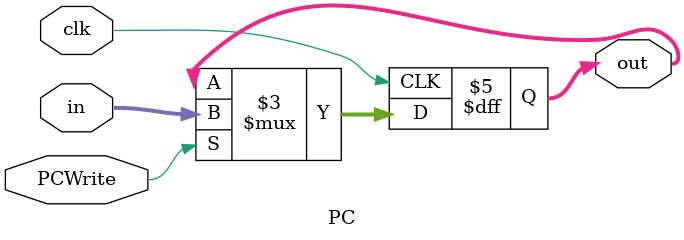
<source format=v>
`timescale 1ns / 1ps


module PC(clk, in, out, PCWrite);

    parameter size = 32;

    input PCWrite;
    input [size-1:0] in;
    output [size-1:0] out;
    input clk;

    reg [size-1:0] out;

    initial begin
        out = 32'b0;
    end

    always @(posedge clk) begin
        if (PCWrite)
            out <= in;
    end

endmodule

</source>
